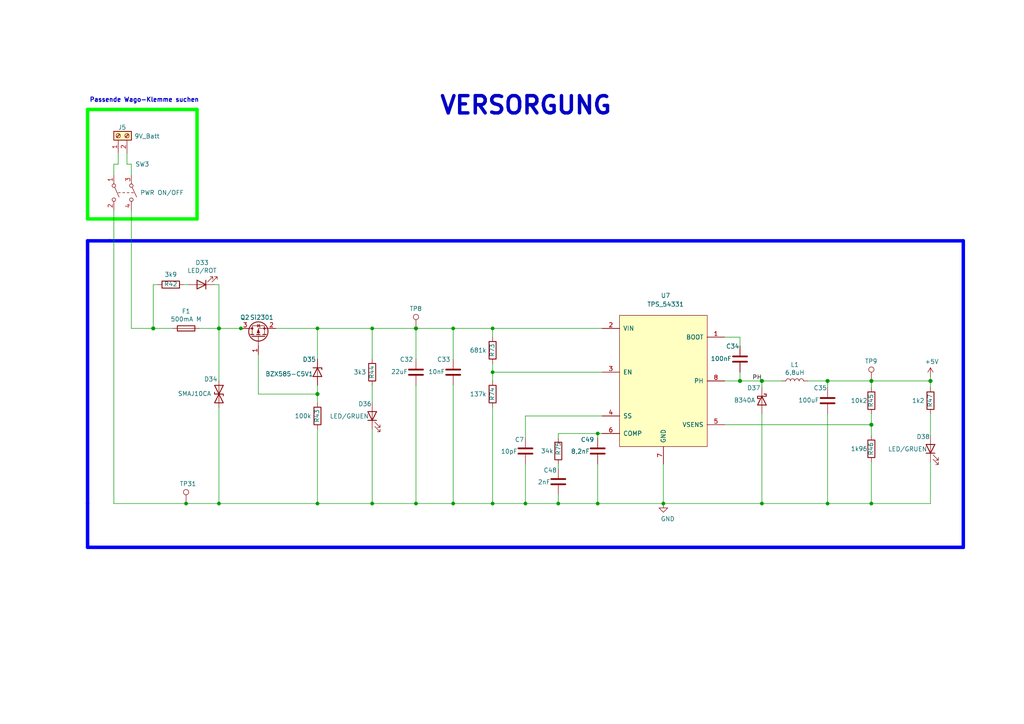
<source format=kicad_sch>
(kicad_sch (version 20210126) (generator eeschema)
  (paper "A4")
  (title_block (title "Kabeltester") (company "BMK Group") (comment 1 "Erstellt: Maximilian Hoffmann") (comment 2 "Geprüft: Robert Schulz"))
  (lib_symbols
    (symbol "Connector:TestPoint" (pin_numbers hide) (pin_names (offset 0.762) hide)
      (property "Reference" "TP" (at 0 6.858 0))
      (property "Value" "TestPoint" (at 0 5.08 0))
      (symbol "TestPoint_0_1"
        (circle (center 0 3.302) (radius 0.762))
      )
      (symbol "TestPoint_1_1"
        (pin passive line (at 0 0 90) (length 2.54) (name "1") (number "1"))
      )
    )
    (symbol "Connector_-_Kopie:Screw_Terminal_01x02" (pin_names (offset 1.016) hide)
      (property "Reference" "J" (at 0 2.54 0))
      (property "Value" "Screw_Terminal_01x02" (at 0 -5.08 0))
      (symbol "Screw_Terminal_01x02_1_1"
        (circle (center 0 -2.54) (radius 0.635) (stroke (width 0.1524)))
        (circle (center 0 0) (radius 0.635) (stroke (width 0.1524)))
        (rectangle (start -1.27 1.27) (end 1.27 -3.81) (stroke (width 0.254)) (fill (type background)))
        (polyline (pts (xy -0.5334 -2.2098) (xy 0.3302 -3.048)) (stroke (width 0.1524)))
        (polyline (pts (xy -0.5334 0.3302) (xy 0.3302 -0.508)) (stroke (width 0.1524)))
        (polyline (pts (xy -0.3556 -2.032) (xy 0.508 -2.8702)) (stroke (width 0.1524)))
        (polyline (pts (xy -0.3556 0.508) (xy 0.508 -0.3302)) (stroke (width 0.1524)))
        (pin passive line (at -5.08 0 0) (length 3.81) (name "Pin_1") (number "1"))
        (pin passive line (at -5.08 -2.54 0) (length 3.81) (name "Pin_2") (number "2"))
      )
    )
    (symbol "Device:C" (pin_numbers hide) (pin_names (offset 0.254))
      (property "Reference" "C" (at 0.635 2.54 0))
      (property "Value" "C" (at 0.635 -2.54 0))
      (symbol "C_0_1"
        (polyline (pts (xy -2.032 -0.762) (xy 2.032 -0.762)) (stroke (width 0.508)))
        (polyline (pts (xy -2.032 0.762) (xy 2.032 0.762)) (stroke (width 0.508)))
      )
      (symbol "C_1_1"
        (pin passive line (at 0 3.81 270) (length 2.794) (name "~") (number "1"))
        (pin passive line (at 0 -3.81 90) (length 2.794) (name "~") (number "2"))
      )
    )
    (symbol "Device:C_1" (pin_numbers hide) (pin_names (offset 0.254))
      (property "Reference" "C" (at 0.635 2.54 0))
      (property "Value" "C" (at 0.635 -2.54 0))
      (symbol "C_1_0_1"
        (polyline (pts (xy -2.032 -0.762) (xy 2.032 -0.762)) (stroke (width 0.508)))
        (polyline (pts (xy -2.032 0.762) (xy 2.032 0.762)) (stroke (width 0.508)))
      )
      (symbol "C_1_1_1"
        (pin passive line (at 0 3.81 270) (length 2.794) (name "~") (number "1"))
        (pin passive line (at 0 -3.81 90) (length 2.794) (name "~") (number "2"))
      )
    )
    (symbol "Device:C_2" (pin_numbers hide) (pin_names (offset 0.254))
      (property "Reference" "C" (at 0.635 2.54 0))
      (property "Value" "C" (at 0.635 -2.54 0))
      (symbol "C_2_0_1"
        (polyline (pts (xy -2.032 -0.762) (xy 2.032 -0.762)) (stroke (width 0.508)))
        (polyline (pts (xy -2.032 0.762) (xy 2.032 0.762)) (stroke (width 0.508)))
      )
      (symbol "C_2_1_1"
        (pin passive line (at 0 3.81 270) (length 2.794) (name "~") (number "1"))
        (pin passive line (at 0 -3.81 90) (length 2.794) (name "~") (number "2"))
      )
    )
    (symbol "Device:C_3" (pin_numbers hide) (pin_names (offset 0.254))
      (property "Reference" "C" (at 0.635 2.54 0))
      (property "Value" "C" (at 0.635 -2.54 0))
      (symbol "C_3_0_1"
        (polyline (pts (xy -2.032 -0.762) (xy 2.032 -0.762)) (stroke (width 0.508)))
        (polyline (pts (xy -2.032 0.762) (xy 2.032 0.762)) (stroke (width 0.508)))
      )
      (symbol "C_3_1_1"
        (pin passive line (at 0 3.81 270) (length 2.794) (name "~") (number "1"))
        (pin passive line (at 0 -3.81 90) (length 2.794) (name "~") (number "2"))
      )
    )
    (symbol "Device:C_4" (pin_numbers hide) (pin_names (offset 0.254))
      (property "Reference" "C" (at 0.635 2.54 0))
      (property "Value" "C" (at 0.635 -2.54 0))
      (symbol "C_4_0_1"
        (polyline (pts (xy -2.032 -0.762) (xy 2.032 -0.762)) (stroke (width 0.508)))
        (polyline (pts (xy -2.032 0.762) (xy 2.032 0.762)) (stroke (width 0.508)))
      )
      (symbol "C_4_1_1"
        (pin passive line (at 0 3.81 270) (length 2.794) (name "~") (number "1"))
        (pin passive line (at 0 -3.81 90) (length 2.794) (name "~") (number "2"))
      )
    )
    (symbol "Device:C_5" (pin_numbers hide) (pin_names (offset 0.254))
      (property "Reference" "C" (at 0.635 2.54 0))
      (property "Value" "C" (at 0.635 -2.54 0))
      (symbol "C_5_0_1"
        (polyline (pts (xy -2.032 -0.762) (xy 2.032 -0.762)) (stroke (width 0.508)))
        (polyline (pts (xy -2.032 0.762) (xy 2.032 0.762)) (stroke (width 0.508)))
      )
      (symbol "C_5_1_1"
        (pin passive line (at 0 3.81 270) (length 2.794) (name "~") (number "1"))
        (pin passive line (at 0 -3.81 90) (length 2.794) (name "~") (number "2"))
      )
    )
    (symbol "Device:C_6" (pin_numbers hide) (pin_names (offset 0.254))
      (property "Reference" "C" (at 0.635 2.54 0))
      (property "Value" "C" (at 0.635 -2.54 0))
      (symbol "C_6_0_1"
        (polyline (pts (xy -2.032 -0.762) (xy 2.032 -0.762)) (stroke (width 0.508)))
        (polyline (pts (xy -2.032 0.762) (xy 2.032 0.762)) (stroke (width 0.508)))
      )
      (symbol "C_6_1_1"
        (pin passive line (at 0 3.81 270) (length 2.794) (name "~") (number "1"))
        (pin passive line (at 0 -3.81 90) (length 2.794) (name "~") (number "2"))
      )
    )
    (symbol "Device:D_Schottky" (pin_numbers hide) (pin_names (offset 1.016) hide)
      (property "Reference" "D" (at 0 2.54 0))
      (property "Value" "D_Schottky" (at 0 -2.54 0))
      (symbol "D_Schottky_0_1"
        (polyline (pts (xy 1.27 0) (xy -1.27 0)))
        (polyline (pts (xy 1.27 1.27) (xy 1.27 -1.27) (xy -1.27 0) (xy 1.27 1.27)) (stroke (width 0.254)))
        (polyline (pts (xy -1.905 0.635) (xy -1.905 1.27) (xy -1.27 1.27) (xy -1.27 -1.27) (xy -0.635 -1.27) (xy -0.635 -0.635)) (stroke (width 0.254)))
      )
      (symbol "D_Schottky_1_1"
        (pin passive line (at -3.81 0 0) (length 2.54) (name "K") (number "1"))
        (pin passive line (at 3.81 0 180) (length 2.54) (name "A") (number "2"))
      )
    )
    (symbol "Device:D_TVS" (pin_numbers hide) (pin_names (offset 1.016) hide)
      (property "Reference" "D" (at 0 2.54 0))
      (property "Value" "D_TVS" (at 0 -2.54 0))
      (symbol "D_TVS_0_1"
        (polyline (pts (xy 1.27 0) (xy -1.27 0)))
        (polyline (pts (xy 0.508 1.27) (xy 0 1.27) (xy 0 -1.27) (xy -0.508 -1.27)) (stroke (width 0.254)))
        (polyline (pts (xy -2.54 1.27) (xy -2.54 -1.27) (xy 2.54 1.27) (xy 2.54 -1.27) (xy -2.54 1.27)) (stroke (width 0.254)))
      )
      (symbol "D_TVS_1_1"
        (pin passive line (at -3.81 0 0) (length 2.54) (name "A1") (number "1"))
        (pin passive line (at 3.81 0 180) (length 2.54) (name "A2") (number "2"))
      )
    )
    (symbol "Device:Fuse" (pin_numbers hide) (pin_names (offset 0))
      (property "Reference" "F" (at 2.032 0 90))
      (property "Value" "Fuse" (at -1.905 0 90))
      (symbol "Fuse_0_1"
        (rectangle (start -0.762 -2.54) (end 0.762 2.54) (stroke (width 0.254)))
        (polyline (pts (xy 0 2.54) (xy 0 -2.54)))
      )
      (symbol "Fuse_1_1"
        (pin passive line (at 0 3.81 270) (length 1.27) (name "~") (number "1"))
        (pin passive line (at 0 -3.81 90) (length 1.27) (name "~") (number "2"))
      )
    )
    (symbol "Device:L" (pin_numbers hide) (pin_names (offset 1.016) hide)
      (property "Reference" "L" (at -1.27 0 90))
      (property "Value" "L" (at 1.905 0 90))
      (symbol "L_0_1"
        (arc (start 0 -2.54) (end 0 -1.27) (radius (at 0 -1.905) (length 0.635) (angles -89.9 89.9)))
        (arc (start 0 -1.27) (end 0 0) (radius (at 0 -0.635) (length 0.635) (angles -89.9 89.9)))
        (arc (start 0 0) (end 0 1.27) (radius (at 0 0.635) (length 0.635) (angles -89.9 89.9)))
        (arc (start 0 1.27) (end 0 2.54) (radius (at 0 1.905) (length 0.635) (angles -89.9 89.9)))
      )
      (symbol "L_1_1"
        (pin passive line (at 0 3.81 270) (length 1.27) (name "1") (number "1"))
        (pin passive line (at 0 -3.81 90) (length 1.27) (name "2") (number "2"))
      )
    )
    (symbol "Device:LED" (pin_numbers hide) (pin_names (offset 1.016) hide)
      (property "Reference" "D" (at 0 2.54 0))
      (property "Value" "LED" (at 0 -2.54 0))
      (symbol "LED_0_1"
        (polyline (pts (xy -1.27 -1.27) (xy -1.27 1.27)) (stroke (width 0.254)))
        (polyline (pts (xy -1.27 0) (xy 1.27 0)))
        (polyline (pts (xy 1.27 -1.27) (xy 1.27 1.27) (xy -1.27 0) (xy 1.27 -1.27)) (stroke (width 0.254)))
        (polyline (pts (xy -3.048 -0.762) (xy -4.572 -2.286) (xy -3.81 -2.286) (xy -4.572 -2.286) (xy -4.572 -1.524)))
        (polyline (pts (xy -1.778 -0.762) (xy -3.302 -2.286) (xy -2.54 -2.286) (xy -3.302 -2.286) (xy -3.302 -1.524)))
      )
      (symbol "LED_1_1"
        (pin passive line (at -3.81 0 0) (length 2.54) (name "K") (number "1"))
        (pin passive line (at 3.81 0 180) (length 2.54) (name "A") (number "2"))
      )
    )
    (symbol "Device:R" (pin_numbers hide) (pin_names (offset 0))
      (property "Reference" "R" (at 2.032 0 90))
      (property "Value" "R" (at 0 0 90))
      (symbol "R_0_1"
        (rectangle (start -1.016 -2.54) (end 1.016 2.54) (stroke (width 0.254)))
      )
      (symbol "R_1_1"
        (pin passive line (at 0 3.81 270) (length 1.27) (name "~") (number "1"))
        (pin passive line (at 0 -3.81 90) (length 1.27) (name "~") (number "2"))
      )
    )
    (symbol "Device:R_1" (pin_numbers hide) (pin_names (offset 0))
      (property "Reference" "R" (at 2.032 0 90))
      (property "Value" "R" (at 0 0 90))
      (symbol "R_1_0_1"
        (rectangle (start -1.016 -2.54) (end 1.016 2.54) (stroke (width 0.254)))
      )
      (symbol "R_1_1_1"
        (pin passive line (at 0 3.81 270) (length 1.27) (name "~") (number "1"))
        (pin passive line (at 0 -3.81 90) (length 1.27) (name "~") (number "2"))
      )
    )
    (symbol "Device:R_2" (pin_numbers hide) (pin_names (offset 0))
      (property "Reference" "R" (at 2.032 0 90))
      (property "Value" "R" (at 0 0 90))
      (symbol "R_2_0_1"
        (rectangle (start -1.016 -2.54) (end 1.016 2.54) (stroke (width 0.254)))
      )
      (symbol "R_2_1_1"
        (pin passive line (at 0 3.81 270) (length 1.27) (name "~") (number "1"))
        (pin passive line (at 0 -3.81 90) (length 1.27) (name "~") (number "2"))
      )
    )
    (symbol "Device:R_3" (pin_numbers hide) (pin_names (offset 0))
      (property "Reference" "R" (at 2.032 0 90))
      (property "Value" "R" (at 0 0 90))
      (symbol "R_3_0_1"
        (rectangle (start -1.016 -2.54) (end 1.016 2.54) (stroke (width 0.254)))
      )
      (symbol "R_3_1_1"
        (pin passive line (at 0 3.81 270) (length 1.27) (name "~") (number "1"))
        (pin passive line (at 0 -3.81 90) (length 1.27) (name "~") (number "2"))
      )
    )
    (symbol "Device:R_4" (pin_numbers hide) (pin_names (offset 0))
      (property "Reference" "R" (at 2.032 0 90))
      (property "Value" "R" (at 0 0 90))
      (symbol "R_4_0_1"
        (rectangle (start -1.016 -2.54) (end 1.016 2.54) (stroke (width 0.254)))
      )
      (symbol "R_4_1_1"
        (pin passive line (at 0 3.81 270) (length 1.27) (name "~") (number "1"))
        (pin passive line (at 0 -3.81 90) (length 1.27) (name "~") (number "2"))
      )
    )
    (symbol "Device:R_5" (pin_numbers hide) (pin_names (offset 0))
      (property "Reference" "R" (at 2.032 0 90))
      (property "Value" "R" (at 0 0 90))
      (symbol "R_5_0_1"
        (rectangle (start -1.016 -2.54) (end 1.016 2.54) (stroke (width 0.254)))
      )
      (symbol "R_5_1_1"
        (pin passive line (at 0 3.81 270) (length 1.27) (name "~") (number "1"))
        (pin passive line (at 0 -3.81 90) (length 1.27) (name "~") (number "2"))
      )
    )
    (symbol "Device:R_6" (pin_numbers hide) (pin_names (offset 0))
      (property "Reference" "R" (at 2.032 0 90))
      (property "Value" "R" (at 0 0 90))
      (symbol "R_6_0_1"
        (rectangle (start -1.016 -2.54) (end 1.016 2.54) (stroke (width 0.254)))
      )
      (symbol "R_6_1_1"
        (pin passive line (at 0 3.81 270) (length 1.27) (name "~") (number "1"))
        (pin passive line (at 0 -3.81 90) (length 1.27) (name "~") (number "2"))
      )
    )
    (symbol "Device:R_7" (pin_numbers hide) (pin_names (offset 0))
      (property "Reference" "R" (at 2.032 0 90))
      (property "Value" "R" (at 0 0 90))
      (symbol "R_7_0_1"
        (rectangle (start -1.016 -2.54) (end 1.016 2.54) (stroke (width 0.254)))
      )
      (symbol "R_7_1_1"
        (pin passive line (at 0 3.81 270) (length 1.27) (name "~") (number "1"))
        (pin passive line (at 0 -3.81 90) (length 1.27) (name "~") (number "2"))
      )
    )
    (symbol "Device:R_8" (pin_numbers hide) (pin_names (offset 0))
      (property "Reference" "R" (at 2.032 0 90))
      (property "Value" "R" (at 0 0 90))
      (symbol "R_8_0_1"
        (rectangle (start -1.016 -2.54) (end 1.016 2.54) (stroke (width 0.254)))
      )
      (symbol "R_8_1_1"
        (pin passive line (at 0 3.81 270) (length 1.27) (name "~") (number "1"))
        (pin passive line (at 0 -3.81 90) (length 1.27) (name "~") (number "2"))
      )
    )
    (symbol "Diode:ZPDxx" (pin_numbers hide) (pin_names (offset 1.016) hide)
      (property "Reference" "D" (at 0 2.54 0))
      (property "Value" "ZPDxx" (at 0 -2.54 0))
      (symbol "ZPDxx_0_1"
        (polyline (pts (xy 1.27 0) (xy -1.27 0)))
        (polyline (pts (xy -1.27 -1.27) (xy -1.27 1.27) (xy -0.762 1.27)) (stroke (width 0.254)))
        (polyline (pts (xy 1.27 -1.27) (xy 1.27 1.27) (xy -1.27 0) (xy 1.27 -1.27)) (stroke (width 0.254)))
      )
      (symbol "ZPDxx_1_1"
        (pin passive line (at -3.81 0 0) (length 2.54) (name "K") (number "1"))
        (pin passive line (at 3.81 0 180) (length 2.54) (name "A") (number "2"))
      )
    )
    (symbol "Kabeltester:TPS_54331" (pin_names (offset 1.016))
      (property "Reference" "U" (at 0 24.13 0))
      (property "Value" "TPS_54331" (at 0 20.955 0))
      (symbol "TPS_54331_0_1"
        (rectangle (start -12.7 19.05) (end 12.7 -19.05) (fill (type background)))
      )
      (symbol "TPS_54331_1_1"
        (pin bidirectional line (at 17.78 12.7 180) (length 5.08) (name "BOOT") (number "1"))
        (pin bidirectional line (at -17.78 15.24 0) (length 5.08) (name "VIN") (number "2"))
        (pin bidirectional line (at -17.78 2.54 0) (length 5.08) (name "EN") (number "3"))
        (pin bidirectional line (at -17.78 -10.16 0) (length 5.08) (name "SS") (number "4"))
        (pin bidirectional line (at 17.78 -12.7 180) (length 5.08) (name "VSENS") (number "5"))
        (pin bidirectional line (at -17.78 -15.24 0) (length 5.08) (name "COMP") (number "6"))
        (pin bidirectional line (at 0 -24.13 90) (length 5.08) (name "GND") (number "7"))
        (pin bidirectional line (at 17.78 0 180) (length 5.08) (name "PH") (number "8"))
      )
    )
    (symbol "Switch:SW_DPST" (pin_names (offset 0) hide)
      (property "Reference" "SW" (at 0 5.08 0))
      (property "Value" "SW_DPST" (at 0 -5.08 0))
      (symbol "SW_DPST_0_0"
        (circle (center -2.032 -2.54) (radius 0.508))
        (circle (center -2.032 2.54) (radius 0.508))
        (circle (center 2.032 -2.54) (radius 0.508))
        (circle (center 2.032 2.54) (radius 0.508))
        (polyline (pts (xy -1.524 -2.286) (xy 1.27 -1.016)))
        (polyline (pts (xy -1.524 2.794) (xy 1.27 4.064)))
        (polyline (pts (xy 0 -1.27) (xy 0 -0.635)))
        (polyline (pts (xy 0 0) (xy 0 0.635)))
        (polyline (pts (xy 0 1.27) (xy 0 1.905)))
        (polyline (pts (xy 0 2.54) (xy 0 3.175)))
      )
      (symbol "SW_DPST_1_1"
        (pin passive line (at -5.08 -2.54 0) (length 2.54) (name "1") (number "1"))
        (pin passive line (at 5.08 -2.54 180) (length 2.54) (name "2") (number "2"))
        (pin passive line (at -5.08 2.54 0) (length 2.54) (name "3") (number "3"))
        (pin passive line (at 5.08 2.54 180) (length 2.54) (name "4") (number "4"))
      )
    )
    (symbol "Transistor_FET:Si2371EDS" (pin_names hide)
      (property "Reference" "Q" (at 5.08 1.905 0))
      (property "Value" "Si2371EDS" (at 5.08 0 0))
      (symbol "Si2371EDS_0_1"
        (circle (center 1.651 0) (radius 2.794) (stroke (width 0.254)))
        (circle (center 2.54 -1.778) (radius 0.254) (fill (type outline)))
        (circle (center 2.54 1.778) (radius 0.254) (fill (type outline)))
        (polyline (pts (xy 0.254 0) (xy -2.54 0)))
        (polyline (pts (xy 0.254 1.905) (xy 0.254 -1.905)) (stroke (width 0.254)))
        (polyline (pts (xy 0.762 -1.27) (xy 0.762 -2.286)) (stroke (width 0.254)))
        (polyline (pts (xy 0.762 0.508) (xy 0.762 -0.508)) (stroke (width 0.254)))
        (polyline (pts (xy 0.762 2.286) (xy 0.762 1.27)) (stroke (width 0.254)))
        (polyline (pts (xy 2.54 2.54) (xy 2.54 1.778)))
        (polyline (pts (xy 2.54 -2.54) (xy 2.54 0) (xy 0.762 0)))
        (polyline (pts (xy 0.762 1.778) (xy 3.302 1.778) (xy 3.302 -1.778) (xy 0.762 -1.778)))
        (polyline (pts (xy 2.286 0) (xy 1.27 0.381) (xy 1.27 -0.381) (xy 2.286 0)) (fill (type outline)))
        (polyline (pts (xy 2.794 -0.508) (xy 2.921 -0.381) (xy 3.683 -0.381) (xy 3.81 -0.254)))
        (polyline (pts (xy 3.302 -0.381) (xy 2.921 0.254) (xy 3.683 0.254) (xy 3.302 -0.381)))
      )
      (symbol "Si2371EDS_1_1"
        (pin input line (at -5.08 0 0) (length 2.54) (name "G") (number "1"))
        (pin passive line (at 2.54 -5.08 90) (length 2.54) (name "S") (number "2"))
        (pin passive line (at 2.54 5.08 270) (length 2.54) (name "D") (number "3"))
      )
    )
    (symbol "power:+5V" (power) (pin_names (offset 0))
      (property "Value" "+5V" (at 0 3.556 0))
      (symbol "+5V_0_1"
        (polyline (pts (xy -0.762 1.27) (xy 0 2.54)))
        (polyline (pts (xy 0 0) (xy 0 2.54)))
        (polyline (pts (xy 0 2.54) (xy 0.762 1.27)))
      )
      (symbol "+5V_1_1"
        (pin power_in line (at 0 0 90) (length 0) hide (name "+5V") (number "1"))
      )
    )
    (symbol "power:GND" (power) (pin_names (offset 0))
      (property "Value" "GND" (at 0 -3.81 0))
      (symbol "GND_0_1"
        (polyline (pts (xy 0 0) (xy 0 -1.27) (xy 1.27 -1.27) (xy 0 -2.54) (xy -1.27 -1.27) (xy 0 -1.27)))
      )
      (symbol "GND_1_1"
        (pin power_in line (at 0 0 270) (length 0) hide (name "GND") (number "1"))
      )
    )
  )
  (junction (at 44.45 95.25) (diameter 1.016))
  (junction (at 53.975 146.05) (diameter 0.9144))
  (junction (at 63.5 95.25) (diameter 1.016))
  (junction (at 63.5 146.05) (diameter 0.9144))
  (junction (at 69.85 95.25) (diameter 0.9144))
  (junction (at 92.075 95.25) (diameter 0.9144))
  (junction (at 92.075 114.3) (diameter 1.016))
  (junction (at 92.075 146.05) (diameter 0.9144))
  (junction (at 107.95 95.25) (diameter 0.9144))
  (junction (at 107.95 146.05) (diameter 0.9144))
  (junction (at 120.65 95.25) (diameter 1.016))
  (junction (at 120.65 146.05) (diameter 0.9144))
  (junction (at 131.445 95.25) (diameter 0.9144))
  (junction (at 131.445 146.05) (diameter 0.9144))
  (junction (at 142.875 95.25) (diameter 0.9144))
  (junction (at 142.875 107.95) (diameter 0.9144))
  (junction (at 142.875 146.05) (diameter 0.9144))
  (junction (at 152.4 146.05) (diameter 0.9144))
  (junction (at 161.925 146.05) (diameter 0.9144))
  (junction (at 173.355 125.73) (diameter 0.9144))
  (junction (at 173.355 146.05) (diameter 0.9144))
  (junction (at 192.405 146.05) (diameter 0.9144))
  (junction (at 214.63 110.49) (diameter 1.016))
  (junction (at 220.98 110.49) (diameter 1.016))
  (junction (at 220.98 146.05) (diameter 0.9144))
  (junction (at 240.03 110.49) (diameter 1.016))
  (junction (at 240.03 146.05) (diameter 0.9144))
  (junction (at 252.73 110.49) (diameter 1.016))
  (junction (at 252.73 123.19) (diameter 1.016))
  (junction (at 252.73 146.05) (diameter 0.9144))
  (junction (at 269.875 110.49) (diameter 1.016))
  (wire (pts (xy 33.02 47.625) (xy 33.02 50.8)))
  (wire (pts (xy 33.02 60.96) (xy 33.02 146.05)))
  (wire (pts (xy 33.02 146.05) (xy 53.975 146.05)))
  (wire (pts (xy 34.29 44.45) (xy 34.29 47.625)))
  (wire (pts (xy 34.29 47.625) (xy 33.02 47.625)))
  (wire (pts (xy 36.83 44.45) (xy 36.83 47.625)))
  (wire (pts (xy 36.83 47.625) (xy 38.1 47.625)))
  (wire (pts (xy 38.1 47.625) (xy 38.1 50.8)))
  (wire (pts (xy 38.1 60.96) (xy 38.1 95.25)))
  (wire (pts (xy 38.1 95.25) (xy 44.45 95.25)))
  (wire (pts (xy 44.45 82.55) (xy 44.45 95.25)))
  (wire (pts (xy 44.45 95.25) (xy 50.165 95.25)))
  (wire (pts (xy 45.72 82.55) (xy 44.45 82.55)))
  (wire (pts (xy 53.34 82.55) (xy 54.61 82.55)))
  (wire (pts (xy 53.975 146.05) (xy 63.5 146.05)))
  (wire (pts (xy 57.785 95.25) (xy 63.5 95.25)))
  (wire (pts (xy 62.23 82.55) (xy 63.5 82.55)))
  (wire (pts (xy 63.5 82.55) (xy 63.5 95.25)))
  (wire (pts (xy 63.5 95.25) (xy 63.5 110.49)))
  (wire (pts (xy 63.5 95.25) (xy 69.85 95.25)))
  (wire (pts (xy 63.5 118.11) (xy 63.5 146.05)))
  (wire (pts (xy 63.5 146.05) (xy 92.075 146.05)))
  (wire (pts (xy 69.85 95.25) (xy 70.485 95.25)))
  (wire (pts (xy 74.93 102.87) (xy 74.93 114.3)))
  (wire (pts (xy 74.93 114.3) (xy 92.075 114.3)))
  (wire (pts (xy 80.01 95.25) (xy 92.075 95.25)))
  (wire (pts (xy 92.075 95.25) (xy 107.95 95.25)))
  (wire (pts (xy 92.075 104.14) (xy 92.075 95.25)))
  (wire (pts (xy 92.075 111.76) (xy 92.075 114.3)))
  (wire (pts (xy 92.075 114.3) (xy 92.075 116.84)))
  (wire (pts (xy 92.075 124.46) (xy 92.075 146.05)))
  (wire (pts (xy 92.075 146.05) (xy 107.95 146.05)))
  (wire (pts (xy 107.95 95.25) (xy 120.65 95.25)))
  (wire (pts (xy 107.95 104.14) (xy 107.95 95.25)))
  (wire (pts (xy 107.95 111.76) (xy 107.95 116.84)))
  (wire (pts (xy 107.95 124.46) (xy 107.95 146.05)))
  (wire (pts (xy 107.95 146.05) (xy 120.65 146.05)))
  (wire (pts (xy 120.65 95.25) (xy 131.445 95.25)))
  (wire (pts (xy 120.65 104.14) (xy 120.65 95.25)))
  (wire (pts (xy 120.65 111.76) (xy 120.65 146.05)))
  (wire (pts (xy 120.65 146.05) (xy 131.445 146.05)))
  (wire (pts (xy 131.445 95.25) (xy 142.875 95.25)))
  (wire (pts (xy 131.445 104.14) (xy 131.445 95.25)))
  (wire (pts (xy 131.445 111.76) (xy 131.445 146.05)))
  (wire (pts (xy 131.445 146.05) (xy 142.875 146.05)))
  (wire (pts (xy 142.875 95.25) (xy 142.875 97.79)))
  (wire (pts (xy 142.875 95.25) (xy 174.625 95.25)))
  (wire (pts (xy 142.875 105.41) (xy 142.875 107.95)))
  (wire (pts (xy 142.875 107.95) (xy 142.875 110.49)))
  (wire (pts (xy 142.875 107.95) (xy 174.625 107.95)))
  (wire (pts (xy 142.875 118.11) (xy 142.875 146.05)))
  (wire (pts (xy 142.875 146.05) (xy 152.4 146.05)))
  (wire (pts (xy 152.4 120.65) (xy 152.4 127)))
  (wire (pts (xy 152.4 120.65) (xy 174.625 120.65)))
  (wire (pts (xy 152.4 134.62) (xy 152.4 146.05)))
  (wire (pts (xy 152.4 146.05) (xy 161.925 146.05)))
  (wire (pts (xy 161.925 125.73) (xy 161.925 127)))
  (wire (pts (xy 161.925 125.73) (xy 173.355 125.73)))
  (wire (pts (xy 161.925 134.62) (xy 161.925 135.89)))
  (wire (pts (xy 161.925 143.51) (xy 161.925 146.05)))
  (wire (pts (xy 161.925 146.05) (xy 173.355 146.05)))
  (wire (pts (xy 173.355 125.73) (xy 173.355 127)))
  (wire (pts (xy 173.355 125.73) (xy 174.625 125.73)))
  (wire (pts (xy 173.355 134.62) (xy 173.355 146.05)))
  (wire (pts (xy 173.355 146.05) (xy 192.405 146.05)))
  (wire (pts (xy 192.405 134.62) (xy 192.405 146.05)))
  (wire (pts (xy 210.185 97.79) (xy 214.63 97.79)))
  (wire (pts (xy 210.185 110.49) (xy 214.63 110.49)))
  (wire (pts (xy 210.185 123.19) (xy 252.73 123.19)))
  (wire (pts (xy 214.63 97.79) (xy 214.63 100.33)))
  (wire (pts (xy 214.63 110.49) (xy 214.63 107.95)))
  (wire (pts (xy 220.98 110.49) (xy 214.63 110.49)))
  (wire (pts (xy 220.98 110.49) (xy 226.695 110.49)))
  (wire (pts (xy 220.98 112.395) (xy 220.98 110.49)))
  (wire (pts (xy 220.98 120.015) (xy 220.98 146.05)))
  (wire (pts (xy 220.98 146.05) (xy 192.405 146.05)))
  (wire (pts (xy 220.98 146.05) (xy 240.03 146.05)))
  (wire (pts (xy 234.315 110.49) (xy 240.03 110.49)))
  (wire (pts (xy 240.03 110.49) (xy 240.03 112.395)))
  (wire (pts (xy 240.03 120.015) (xy 240.03 146.05)))
  (wire (pts (xy 240.03 146.05) (xy 252.73 146.05)))
  (wire (pts (xy 252.73 110.49) (xy 240.03 110.49)))
  (wire (pts (xy 252.73 110.49) (xy 269.875 110.49)))
  (wire (pts (xy 252.73 112.395) (xy 252.73 110.49)))
  (wire (pts (xy 252.73 120.015) (xy 252.73 123.19)))
  (wire (pts (xy 252.73 123.19) (xy 252.73 126.365)))
  (wire (pts (xy 252.73 133.985) (xy 252.73 146.05)))
  (wire (pts (xy 252.73 146.05) (xy 269.875 146.05)))
  (wire (pts (xy 269.875 109.22) (xy 269.875 110.49)))
  (wire (pts (xy 269.875 112.395) (xy 269.875 110.49)))
  (wire (pts (xy 269.875 120.015) (xy 269.875 126.365)))
  (wire (pts (xy 269.875 133.985) (xy 269.875 146.05)))
  (polyline (pts (xy 25.4 31.75) (xy 25.4 63.5)) (stroke (width 1) (type solid) (color 0 255 0 1)))
  (polyline (pts (xy 25.4 63.5) (xy 57.15 63.5)) (stroke (width 1) (type solid) (color 0 255 0 1)))
  (polyline (pts (xy 25.4 69.85) (xy 25.4 146.05)) (stroke (width 1) (type solid) (color 0 0 255 1)))
  (polyline (pts (xy 25.4 146.05) (xy 25.4 158.75)) (stroke (width 1) (type solid) (color 0 0 255 1)))
  (polyline (pts (xy 25.4 158.75) (xy 279.4 158.75)) (stroke (width 1) (type solid) (color 0 0 255 1)))
  (polyline (pts (xy 31.75 69.85) (xy 25.4 69.85)) (stroke (width 1) (type solid) (color 0 0 255 1)))
  (polyline (pts (xy 31.75 69.85) (xy 279.4 69.85)) (stroke (width 1) (type solid) (color 0 0 255 1)))
  (polyline (pts (xy 57.15 31.75) (xy 25.4 31.75)) (stroke (width 1) (type solid) (color 0 255 0 1)))
  (polyline (pts (xy 57.15 63.5) (xy 57.15 31.75)) (stroke (width 1) (type solid) (color 0 255 0 1)))
  (polyline (pts (xy 279.4 158.75) (xy 279.4 69.85)) (stroke (width 1) (type solid) (color 0 0 255 1)))
  (text "Passende Wago-Klemme suchen\n" (at 57.785 29.845 180) (effects (font (size 1.27 1.27) (thickness 0.254) bold) (justify right bottom)))
  (text "VERSORGUNG\n" (at 177.8 33.655 180) (effects (font (size 5 5) (thickness 1) bold) (justify right bottom)))
  (label "PH" (at 220.98 110.49 180))
  (symbol (lib_id "Connector:TestPoint") (at 53.975 146.05 0) (unit 1)
    (property "Reference" "TP31" (at 52.07 140.335 0) (effects (justify left)))
    (property "Value" "TestPoint" (effects hide))
    (property "Footprint" "TestPoint:TestPoint_Pad_D1.0mm" (effects hide))
    (property "BMK-Nr" "-" (effects hide))
    (property "Mouser" "-" (effects hide))
  )
  (symbol (lib_id "Connector:TestPoint") (at 120.65 95.25 0) (unit 1)
    (property "Reference" "TP8" (at 118.745 89.535 0) (effects (justify left)))
    (property "Value" "TestPoint" (effects hide))
    (property "Footprint" "TestPoint:TestPoint_Pad_D1.0mm" (effects hide))
    (property "BMK-Nr" "-" (effects hide))
    (property "Mouser" "-" (effects hide))
  )
  (symbol (lib_id "Connector:TestPoint") (at 252.73 110.49 0) (unit 1)
    (property "Reference" "TP9" (at 250.825 104.775 0) (effects (justify left)))
    (property "Value" "TestPoint" (effects hide))
    (property "Footprint" "TestPoint:TestPoint_Pad_D1.0mm" (effects hide))
    (property "BMK-Nr" "-" (effects hide))
    (property "Mouser" "-" (effects hide))
  )
  (symbol (lib_id "power:+5V") (at 269.875 109.22 0) (unit 1)
    (property "Reference" "#PWR0111" (effects hide))
    (property "Value" "+5V" (at 270.2433 104.8956 0))
  )
  (symbol (lib_id "Device:L") (at 230.505 110.49 90) (unit 1)
    (property "Reference" "L1" (at 230.505 105.7718 90))
    (property "Value" "6,8uH" (at 230.505 108.071 90))
    (property "Footprint" "Inductor_SMD:L_7.3x7.3_H4.5" (effects hide))
    (property "BMK-Nr" "04-1025" (effects hide))
    (property "Mouser" "710-74477710" (effects hide))
  )
  (symbol (lib_id "power:GND") (at 192.405 146.05 0) (unit 1)
    (property "Reference" "#PWR0110" (effects hide))
    (property "Value" "GND" (at 193.675 150.495 0))
  )
  (symbol (lib_id "Device:Fuse") (at 53.975 95.25 90) (unit 1)
    (property "Reference" "F1" (at 53.975 90.2778 90))
    (property "Value" "500mA M" (at 53.975 92.577 90))
    (property "Footprint" "Fuse:Fuse_1812_4532Metric_Pad1.30x3.40mm_HandSolder" (effects hide))
  )
  (symbol (lib_name "Device:R_1") (lib_id "Device:R") (at 49.53 82.55 90) (unit 1)
    (property "Reference" "R42" (at 49.53 82.4038 90))
    (property "Value" "3k9" (at 49.53 79.623 90))
    (property "Footprint" "Resistor_SMD:R_0603_1608Metric_Pad0.98x0.95mm_HandSolder" (effects hide))
    (property "BMK-Nr" "BS" (effects hide))
    (property "Mouser" "-" (effects hide))
  )
  (symbol (lib_name "Device:R_3") (lib_id "Device:R") (at 92.075 120.65 180) (unit 1)
    (property "Reference" "R43" (at 91.9288 120.65 90))
    (property "Value" "100k" (at 87.878 120.65 0))
    (property "Footprint" "Resistor_SMD:R_0603_1608Metric_Pad0.98x0.95mm_HandSolder" (effects hide))
    (property "BMK-Nr" "BS" (effects hide))
    (property "Mouser" "-" (effects hide))
  )
  (symbol (lib_name "Device:R_7") (lib_id "Device:R") (at 107.95 107.95 180) (unit 1)
    (property "Reference" "R44" (at 107.8038 107.95 90))
    (property "Value" "3k3" (at 104.387 107.95 0))
    (property "Footprint" "Resistor_SMD:R_0603_1608Metric_Pad0.98x0.95mm_HandSolder" (effects hide))
    (property "BMK-Nr" "BS" (effects hide))
    (property "Mouser" "-" (effects hide))
  )
  (symbol (lib_name "Device:R_8") (lib_id "Device:R") (at 142.875 101.6 180) (unit 1)
    (property "Reference" "R73" (at 142.7288 101.6 90))
    (property "Value" "681k" (at 138.677 101.6 0))
    (property "Footprint" "Resistor_SMD:R_0603_1608Metric_Pad0.98x0.95mm_HandSolder" (effects hide))
    (property "BMK-Nr" "BS" (effects hide))
    (property "Mouser" "-" (effects hide))
  )
  (symbol (lib_id "Device:R") (at 142.875 114.3 180) (unit 1)
    (property "Reference" "R74" (at 142.7288 114.3 90))
    (property "Value" "137k" (at 138.677 114.3 0))
    (property "Footprint" "Resistor_SMD:R_0603_1608Metric_Pad0.98x0.95mm_HandSolder" (effects hide))
    (property "BMK-Nr" "BS" (effects hide))
    (property "Mouser" "-" (effects hide))
  )
  (symbol (lib_name "Device:R_6") (lib_id "Device:R") (at 161.925 130.81 0) (unit 1)
    (property "Reference" "R75" (at 161.925 132.08 90) (effects (justify left)))
    (property "Value" "34k" (at 156.845 130.81 0) (effects (justify left)))
    (property "Footprint" "Resistor_SMD:R_0603_1608Metric_Pad0.98x0.95mm_HandSolder" (effects hide))
  )
  (symbol (lib_name "Device:R_4") (lib_id "Device:R") (at 252.73 116.205 180) (unit 1)
    (property "Reference" "R45" (at 252.5838 116.205 90))
    (property "Value" "10k2" (at 249.168 116.205 0))
    (property "Footprint" "Resistor_SMD:R_0603_1608Metric_Pad0.98x0.95mm_HandSolder" (effects hide))
    (property "BMK-Nr" "01-3584" (effects hide))
    (property "Mouser" "-" (effects hide))
  )
  (symbol (lib_name "Device:R_2") (lib_id "Device:R") (at 252.73 130.175 180) (unit 1)
    (property "Reference" "R46" (at 252.5838 130.175 90))
    (property "Value" "1k96" (at 249.168 130.175 0))
    (property "Footprint" "Resistor_SMD:R_0603_1608Metric_Pad0.98x0.95mm_HandSolder" (effects hide))
    (property "BMK-Nr" "01-6622" (effects hide))
    (property "Mouser" "-" (effects hide))
  )
  (symbol (lib_name "Device:R_5") (lib_id "Device:R") (at 269.875 116.205 180) (unit 1)
    (property "Reference" "R47" (at 269.7288 116.205 90))
    (property "Value" "1k2" (at 266.312 116.205 0))
    (property "Footprint" "Resistor_SMD:R_0603_1608Metric_Pad0.98x0.95mm_HandSolder" (effects hide))
    (property "BMK-Nr" "BS" (effects hide))
    (property "Mouser" "-" (effects hide))
  )
  (symbol (lib_id "Device:D_TVS") (at 63.5 114.3 270) (unit 1)
    (property "Reference" "D34" (at 59.1821 109.9756 90) (effects (justify left)))
    (property "Value" "SMAJ10CA" (at 51.562 114.179 90) (effects (justify left)))
    (property "Footprint" "Diode_SMD:D_SMA_Handsoldering" (effects hide))
    (property "BMK-Nr" "08-5491-2" (effects hide))
    (property "Mouser" "652-SMAJ10CA" (effects hide))
  )
  (symbol (lib_id "Diode:ZPDxx") (at 92.075 107.95 270) (unit 1)
    (property "Reference" "D35" (at 87.7571 104.2606 90) (effects (justify left)))
    (property "Value" "BZX585-C5V1" (at 76.962 108.464 90) (effects (justify left)))
    (property "Footprint" "Diode_SMD:D_0805_2012Metric_Pad1.15x1.40mm_HandSolder" (effects hide))
    (property "Datasheet" "http://diotec.com/tl_files/diotec/files/pdf/datasheets/zpd1" (effects hide))
    (property "BMK-Nr" "38-1875" (effects hide))
    (property "Mouser" "771-BZX585-C5V1115" (effects hide))
  )
  (symbol (lib_id "Device:D_Schottky") (at 220.98 116.205 270) (unit 1)
    (property "Reference" "D37" (at 216.6621 112.5156 90) (effects (justify left)))
    (property "Value" "B340A" (at 212.852 116.084 90) (effects (justify left)))
    (property "Footprint" "Diode_SMD:D_SMA_Handsoldering" (effects hide))
    (property "BMK-Nr" "08-2283" (effects hide))
    (property "Mouser" "621-B340AE-13" (effects hide))
  )
  (symbol (lib_id "Device:LED") (at 58.42 82.55 180) (unit 1)
    (property "Reference" "D33" (at 58.6105 76.1808 0))
    (property "Value" "LED/ROT" (at 58.61 78.479 0))
    (property "Footprint" "LED_SMD:LED_0603_1608Metric_Pad1.05x0.95mm_HandSolder" (effects hide))
    (property "BMK-Nr" "08-8617" (effects hide))
    (property "Mouser" "604-APT1608LSECKJ3RV" (effects hide))
  )
  (symbol (lib_id "Device:LED") (at 107.95 120.65 90) (unit 1)
    (property "Reference" "D36" (at 103.8861 117.1511 90) (effects (justify right)))
    (property "Value" "LED/GRUEN" (at 95.631 120.72 90) (effects (justify right)))
    (property "Footprint" "LED_SMD:LED_0603_1608Metric_Pad1.05x0.95mm_HandSolder" (effects hide))
    (property "BMK-Nr" "08-8620" (effects hide))
    (property "Mouser" "604-APT1608LZGCK" (effects hide))
  )
  (symbol (lib_id "Device:LED") (at 269.875 130.175 90) (unit 1)
    (property "Reference" "D38" (at 265.8111 126.6761 90) (effects (justify right)))
    (property "Value" "LED/GRUEN" (at 257.556 130.245 90) (effects (justify right)))
    (property "Footprint" "LED_SMD:LED_0603_1608Metric_Pad1.05x0.95mm_HandSolder" (effects hide))
    (property "BMK-Nr" "08-8620" (effects hide))
    (property "Mouser" "604-APT1608LZGCK" (effects hide))
  )
  (symbol (lib_id "Connector_-_Kopie:Screw_Terminal_01x02") (at 34.29 39.37 90) (unit 1)
    (property "Reference" "J5" (at 35.4268 36.957 90))
    (property "Value" "9V_Batt" (at 42.653 39.497 90))
    (property "Footprint" "Connector_PinSocket_2.54mm:PinSocket_1x02_P2.54mm_Vertical" (effects hide))
  )
  (symbol (lib_name "Device:C_1") (lib_id "Device:C") (at 120.65 107.95 0) (unit 1)
    (property "Reference" "C32" (at 115.9511 104.2606 0) (effects (justify left)))
    (property "Value" "22uF" (at 113.411 107.829 0) (effects (justify left)))
    (property "Footprint" "Capacitor_SMD:C_1210_3225Metric_Pad1.33x2.70mm_HandSolder" (effects hide))
    (property "BMK-Nr" "02-3361" (effects hide))
  )
  (symbol (lib_name "Device:C_4") (lib_id "Device:C") (at 131.445 107.95 0) (unit 1)
    (property "Reference" "C33" (at 126.7461 104.2606 0) (effects (justify left)))
    (property "Value" "10nF" (at 124.206 107.829 0) (effects (justify left)))
    (property "Footprint" "Capacitor_SMD:C_0603_1608Metric_Pad1.08x0.95mm_HandSolder" (effects hide))
    (property "BMK-Nr" "BS" (effects hide))
  )
  (symbol (lib_name "Device:C_5") (lib_id "Device:C") (at 152.4 130.81 180) (unit 1)
    (property "Reference" "C7" (at 152.0189 127.5144 0) (effects (justify left)))
    (property "Value" "10pF" (at 150.114 130.931 0) (effects (justify left)))
    (property "Footprint" "Capacitor_SMD:C_0603_1608Metric_Pad1.08x0.95mm_HandSolder" (effects hide))
    (property "BMK-Nr" "BS" (effects hide))
  )
  (symbol (lib_name "Device:C_6") (lib_id "Device:C") (at 161.925 139.7 180) (unit 1)
    (property "Reference" "C48" (at 161.5439 136.4044 0) (effects (justify left)))
    (property "Value" "2nF" (at 159.639 139.821 0) (effects (justify left)))
    (property "Footprint" "Capacitor_SMD:C_0603_1608Metric_Pad1.08x0.95mm_HandSolder" (effects hide))
    (property "BMK-Nr" "BS" (effects hide))
  )
  (symbol (lib_name "Device:C_2") (lib_id "Device:C") (at 173.355 130.81 180) (unit 1)
    (property "Reference" "C49" (at 172.3389 127.5144 0) (effects (justify left)))
    (property "Value" "8,2nF" (at 171.069 130.931 0) (effects (justify left)))
    (property "Footprint" "Capacitor_SMD:C_0603_1608Metric_Pad1.08x0.95mm_HandSolder" (effects hide))
    (property "BMK-Nr" "BS" (effects hide))
  )
  (symbol (lib_name "Device:C_3") (lib_id "Device:C") (at 214.63 104.14 0) (unit 1)
    (property "Reference" "C34" (at 210.5661 100.4506 0) (effects (justify left)))
    (property "Value" "100nF" (at 206.121 104.019 0) (effects (justify left)))
    (property "Footprint" "Capacitor_SMD:C_0603_1608Metric_Pad1.08x0.95mm_HandSolder" (effects hide))
    (property "BMK-Nr" "BS" (effects hide))
  )
  (symbol (lib_id "Device:C") (at 240.03 116.205 0) (unit 1)
    (property "Reference" "C35" (at 235.9661 112.5156 0) (effects (justify left)))
    (property "Value" "100uF" (at 231.521 116.084 0) (effects (justify left)))
    (property "Footprint" "Capacitor_SMD:C_1210_3225Metric_Pad1.33x2.70mm_HandSolder" (effects hide))
    (property "BMK-Nr" "02-1635" (effects hide))
  )
  (symbol (lib_id "Switch:SW_DPST") (at 35.56 55.88 270) (unit 1)
    (property "Reference" "SW3" (at 41.275 47.625 90))
    (property "Value" "PWR ON/OFF" (at 46.99 55.88 90))
    (property "Footprint" "Connector_PinSocket_2.54mm:PinSocket_2x02_P2.54mm_Vertical" (effects hide))
    (property "BMK-Nr" "BS" (effects hide))
    (property "Mouser" "-" (effects hide))
  )
  (symbol (lib_id "Transistor_FET:Si2371EDS") (at 74.93 97.79 90) (unit 1)
    (property "Reference" "Q2" (at 72.39 92.075 90) (effects (justify left)))
    (property "Value" "Si2301" (at 79.375 92.075 90) (effects (justify left)))
    (property "Footprint" "Package_TO_SOT_SMD:SOT-23" (effects hide))
    (property "Datasheet" "http://www.vishay.com/docs/63924/si2371eds.pdf" (effects hide))
    (property "BMK-Nr" "06-6269" (effects hide))
    (property "Mouser" "833-SI2301" (effects hide))
  )
  (symbol (lib_id "Kabeltester:TPS_54331") (at 192.405 110.49 0) (unit 1)
    (property "Reference" "U7" (at 193.04 85.725 0))
    (property "Value" "TPS_54331" (at 193.04 88.265 0))
    (property "Footprint" "Package_SO:SOIC-8_3.9x4.9mm_P1.27mm" (effects hide))
    (property "Datasheet" "https://www.ti.com/lit/ds/symlink/tps54331.pdf?HQS=dis-mous-null-mousermode-dsf-pf-null-wwe&ts=1614449082147&ref_url=https%253A%252F%252Fwww.mouser.cn%252F" (effects hide))
    (property "BMK-Nr" "11-9800-1" (effects hide))
    (property "Mouser" "595-TPS54331DRG4" (effects hide))
  )
)
</source>
